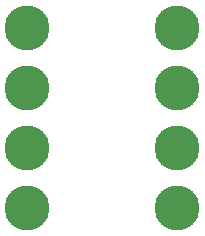
<source format=gbr>
%TF.GenerationSoftware,KiCad,Pcbnew,(5.1.6)-1*%
%TF.CreationDate,2021-02-23T05:00:00+06:00*%
%TF.ProjectId,Cabinate,43616269-6e61-4746-952e-6b696361645f,rev?*%
%TF.SameCoordinates,Original*%
%TF.FileFunction,Paste,Top*%
%TF.FilePolarity,Positive*%
%FSLAX46Y46*%
G04 Gerber Fmt 4.6, Leading zero omitted, Abs format (unit mm)*
G04 Created by KiCad (PCBNEW (5.1.6)-1) date 2021-02-23 05:00:00*
%MOMM*%
%LPD*%
G01*
G04 APERTURE LIST*
%ADD10C,3.810000*%
G04 APERTURE END LIST*
D10*
%TO.C,TX1*%
X97750000Y-149420000D03*
X85050000Y-149420000D03*
X97750000Y-134180000D03*
X85050000Y-134180000D03*
X97750000Y-144340000D03*
X85050000Y-144340000D03*
X97750000Y-139260000D03*
X85050000Y-139260000D03*
%TD*%
M02*

</source>
